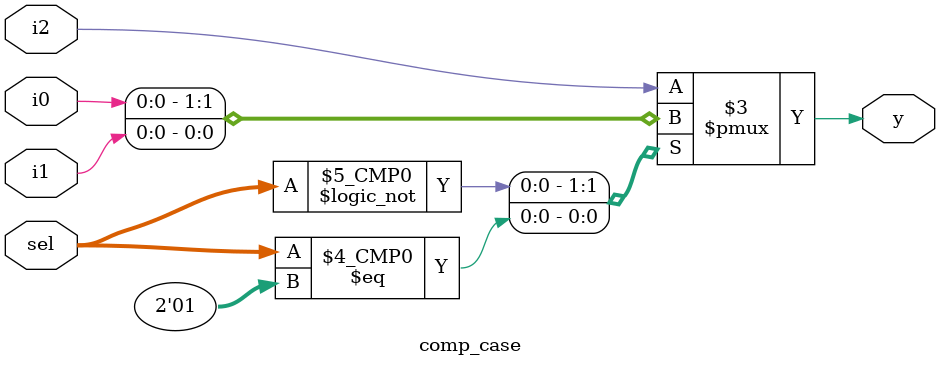
<source format=v>


module comp_case (input i0 , input i1 , input i2 , input [1:0] sel, output reg y);
always @ (*)
begin
	case(sel)
		2'b00 : y = i0;
		2'b01 : y = i1;
		default : y = i2;
	endcase
end
endmodule

</source>
